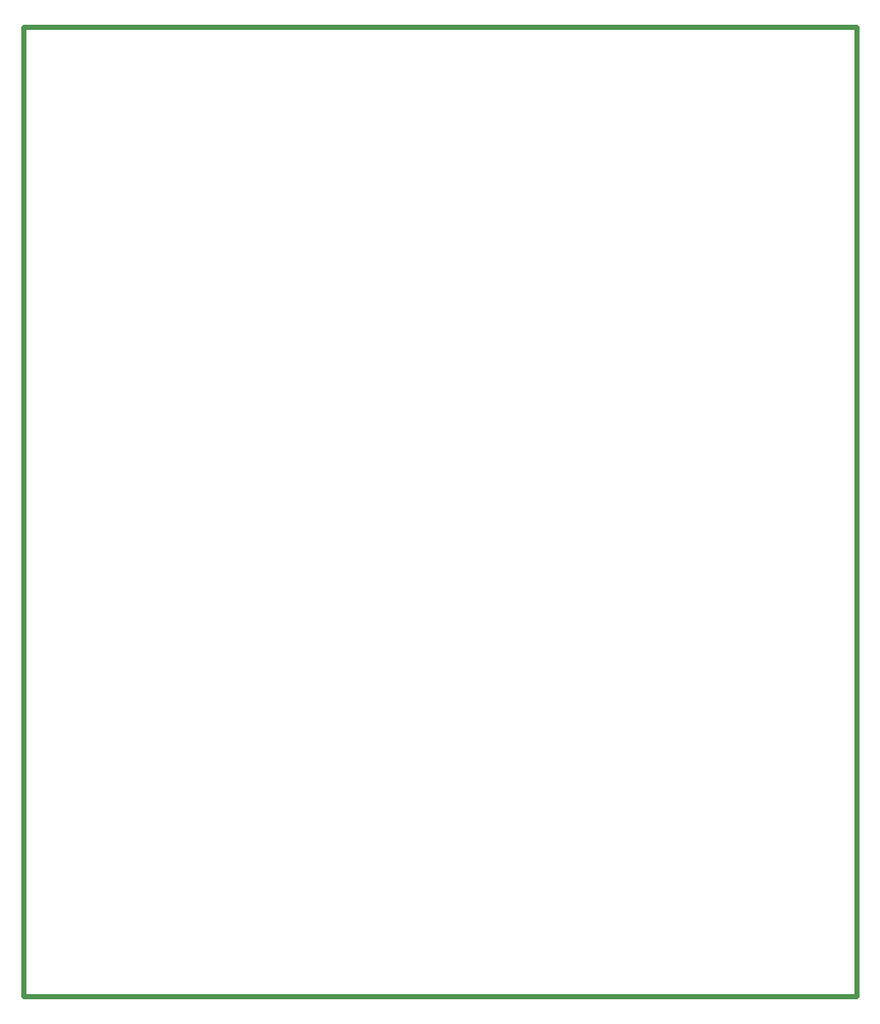
<source format=gm1>
G04*
G04 #@! TF.GenerationSoftware,Altium Limited,Altium Designer,23.4.1 (23)*
G04*
G04 Layer_Color=16711935*
%FSLAX44Y44*%
%MOMM*%
G71*
G04*
G04 #@! TF.SameCoordinates,962042ED-4943-4C1F-BA74-C7D69658BEBC*
G04*
G04*
G04 #@! TF.FilePolarity,Positive*
G04*
G01*
G75*
%ADD40C,0.5000*%
D40*
X2500Y965000D02*
X830000D01*
Y2500D02*
Y965000D01*
X2500Y2500D02*
X830000D01*
X2500D02*
Y965000D01*
M02*

</source>
